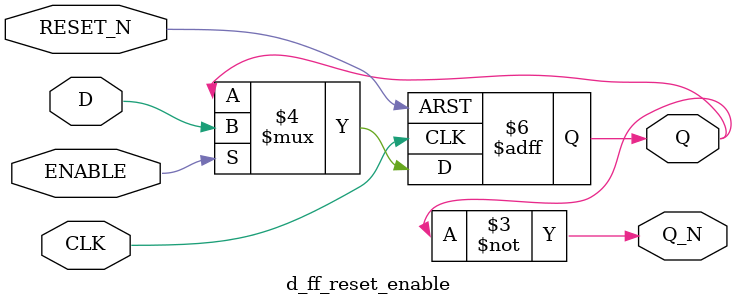
<source format=v>

module d_ff_reset_enable (
    input CLK,
    input D,
    input RESET_N,
    input ENABLE,
    output reg Q,
    output Q_N
);

always @(posedge CLK or negedge RESET_N) begin
    if (~RESET_N) begin
        Q <= 0;
    end else if (ENABLE) begin
        Q <= D;
    end
end

assign Q_N = ~Q;

endmodule

</source>
